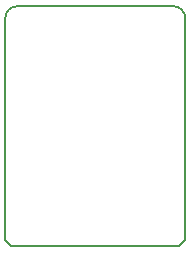
<source format=gm1>
%TF.GenerationSoftware,KiCad,Pcbnew,5.1.8-db9833491~88~ubuntu20.04.1*%
%TF.CreationDate,2020-12-19T13:22:12+05:30*%
%TF.ProjectId,SparkFun_APDS-9960_RGB_and_Gesture_Sensor,53706172-6b46-4756-9e5f-415044532d39,rev?*%
%TF.SameCoordinates,Original*%
%TF.FileFunction,Profile,NP*%
%FSLAX46Y46*%
G04 Gerber Fmt 4.6, Leading zero omitted, Abs format (unit mm)*
G04 Created by KiCad (PCBNEW 5.1.8-db9833491~88~ubuntu20.04.1) date 2020-12-19 13:22:12*
%MOMM*%
%LPD*%
G01*
G04 APERTURE LIST*
%TA.AperFunction,Profile*%
%ADD10C,0.127000*%
%TD*%
G04 APERTURE END LIST*
D10*
X127000000Y-77216000D02*
G75*
G02*
X128016000Y-76200000I1016000J0D01*
G01*
X141224000Y-76200000D02*
G75*
G02*
X142240000Y-77216000I0J-1016000D01*
G01*
X141732000Y-96520000D02*
X142240000Y-96012000D01*
X127508000Y-96520000D02*
X127000000Y-96012000D01*
X127000000Y-77216000D02*
X127000000Y-96012000D01*
X127508000Y-96520000D02*
X141732000Y-96520000D01*
X142240000Y-96012000D02*
X142240000Y-77216000D01*
X141224000Y-76200000D02*
X128016000Y-76200000D01*
M02*

</source>
